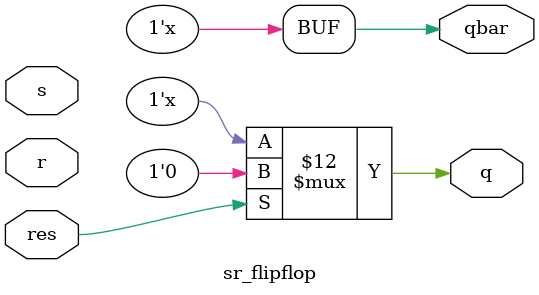
<source format=sv>
module sr_flipflop(s,r,res,q,qbar);
input s,r,res;
output reg q,qbar;
always @*
begin
if(res==1)
begin
q<=0;
qbar=~q;
end
else
begin
q   =~(s*qbar);
qbar= ~(r*q);
end
end
endmodule 

</source>
